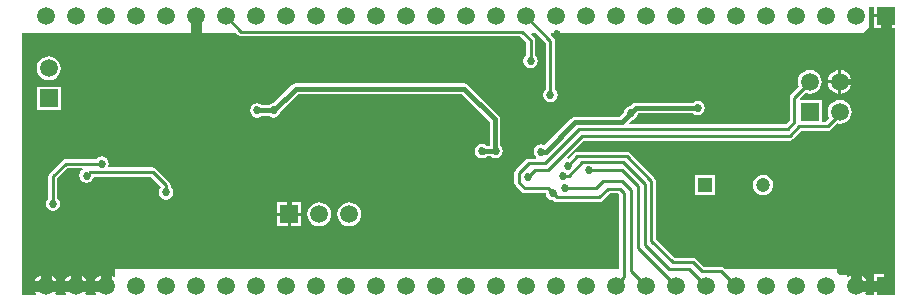
<source format=gbl>
G04*
G04 #@! TF.GenerationSoftware,Altium Limited,Altium Designer,19.1.9 (167)*
G04*
G04 Layer_Physical_Order=2*
G04 Layer_Color=16711680*
%FSLAX25Y25*%
%MOIN*%
G70*
G01*
G75*
%ADD16C,0.01000*%
%ADD57R,0.04724X0.04724*%
%ADD61C,0.01500*%
%ADD62C,0.03500*%
%ADD63C,0.02000*%
%ADD64C,0.02500*%
%ADD68C,0.05906*%
%ADD69R,0.05906X0.05906*%
%ADD70R,0.05906X0.05906*%
%ADD71C,0.04724*%
%ADD72C,0.02700*%
G36*
X286047Y95500D02*
X290000D01*
Y95000D01*
X290500D01*
Y91047D01*
X292961D01*
Y8953D01*
X290500D01*
Y5000D01*
X290000D01*
Y4500D01*
X286047D01*
Y2039D01*
X283341D01*
X283094Y2539D01*
X283453Y3007D01*
X283851Y3968D01*
X283921Y4500D01*
X280000D01*
Y5000D01*
X279500D01*
Y8921D01*
X278968Y8851D01*
X278007Y8453D01*
X277500Y8064D01*
X277000Y8311D01*
Y10750D01*
X236413D01*
X236181Y10981D01*
X235685Y11313D01*
X235100Y11429D01*
X229433D01*
X226881Y13981D01*
X226385Y14313D01*
X225800Y14429D01*
X219634D01*
X213329Y20733D01*
Y40000D01*
X213213Y40585D01*
X212881Y41081D01*
X204681Y49281D01*
X204185Y49613D01*
X203600Y49729D01*
X187200D01*
X186615Y49613D01*
X186119Y49281D01*
X184279Y47442D01*
X184037Y47467D01*
X183852Y47989D01*
X189333Y53471D01*
X258000D01*
X258585Y53587D01*
X259081Y53919D01*
X261834Y56671D01*
X270600D01*
X271185Y56787D01*
X271681Y57119D01*
X273707Y59144D01*
X274700Y59013D01*
X275732Y59149D01*
X276693Y59547D01*
X277519Y60181D01*
X278153Y61007D01*
X278551Y61968D01*
X278687Y63000D01*
X278551Y64032D01*
X278153Y64993D01*
X277519Y65819D01*
X276693Y66453D01*
X275732Y66851D01*
X274700Y66987D01*
X273668Y66851D01*
X272707Y66453D01*
X271881Y65819D01*
X271247Y64993D01*
X270849Y64032D01*
X270713Y63000D01*
X270849Y61968D01*
X271246Y61009D01*
X269967Y59729D01*
X268653D01*
Y66953D01*
X261523D01*
X261316Y67453D01*
X263204Y69341D01*
X263668Y69149D01*
X264700Y69013D01*
X265732Y69149D01*
X266693Y69547D01*
X267519Y70181D01*
X268153Y71007D01*
X268551Y71968D01*
X268687Y73000D01*
X268551Y74032D01*
X268153Y74993D01*
X267519Y75819D01*
X266693Y76453D01*
X265732Y76851D01*
X264700Y76987D01*
X263668Y76851D01*
X262707Y76453D01*
X261881Y75819D01*
X261247Y74993D01*
X260849Y74032D01*
X260713Y73000D01*
X260849Y71968D01*
X261041Y71504D01*
X258419Y68881D01*
X258087Y68385D01*
X257971Y67800D01*
Y60133D01*
X256666Y58829D01*
X204506D01*
X204315Y59291D01*
X205159Y60136D01*
X205917Y60286D01*
X206694Y60806D01*
X207214Y61583D01*
X207364Y62341D01*
X207539Y62516D01*
X225741D01*
X226383Y62086D01*
X227300Y61904D01*
X228217Y62086D01*
X228994Y62606D01*
X229514Y63383D01*
X229696Y64300D01*
X229514Y65217D01*
X228994Y65994D01*
X228217Y66514D01*
X227300Y66696D01*
X226383Y66514D01*
X225741Y66084D01*
X206800D01*
X206117Y65948D01*
X205538Y65562D01*
X205538Y65562D01*
X204841Y64864D01*
X204083Y64714D01*
X203306Y64194D01*
X202786Y63417D01*
X202636Y62659D01*
X201261Y61284D01*
X186400D01*
X185717Y61149D01*
X185138Y60762D01*
X176201Y51824D01*
X175917Y52014D01*
X175000Y52196D01*
X174083Y52014D01*
X173306Y51494D01*
X172786Y50717D01*
X172604Y49800D01*
X172786Y48883D01*
X173306Y48106D01*
X173570Y47929D01*
X173418Y47429D01*
X171000D01*
X170415Y47313D01*
X169919Y46981D01*
X166619Y43681D01*
X166287Y43185D01*
X166171Y42600D01*
Y39400D01*
X166287Y38815D01*
X166619Y38319D01*
X168519Y36419D01*
X169015Y36087D01*
X169600Y35971D01*
X176610D01*
X176786Y35083D01*
X177306Y34306D01*
X178083Y33786D01*
X179000Y33604D01*
X179194Y33643D01*
X179419Y33419D01*
X179915Y33087D01*
X180500Y32971D01*
X194500D01*
X195085Y33087D01*
X195581Y33419D01*
X198033Y35871D01*
X200666D01*
X201071Y35467D01*
Y10750D01*
X33200Y10750D01*
Y8083D01*
X32700Y7911D01*
X31993Y8453D01*
X31032Y8851D01*
X30500Y8921D01*
Y5000D01*
X30000D01*
Y4500D01*
X26079D01*
X26149Y3968D01*
X26547Y3007D01*
X26906Y2539D01*
X26659Y2039D01*
X23341D01*
X23094Y2539D01*
X23453Y3007D01*
X23851Y3968D01*
X23921Y4500D01*
X20000D01*
X16079D01*
X16149Y3968D01*
X16547Y3007D01*
X16906Y2539D01*
X16659Y2039D01*
X13341D01*
X13094Y2539D01*
X13453Y3007D01*
X13851Y3968D01*
X13921Y4500D01*
X10000D01*
X6079D01*
X6149Y3968D01*
X6547Y3007D01*
X6906Y2539D01*
X6659Y2039D01*
X2039D01*
Y89250D01*
X73587D01*
X74119Y88719D01*
X74615Y88387D01*
X75200Y88271D01*
X168067D01*
X170071Y86266D01*
Y81704D01*
X169906Y81594D01*
X169386Y80817D01*
X169204Y79900D01*
X169386Y78983D01*
X169906Y78206D01*
X170683Y77686D01*
X171600Y77504D01*
X172517Y77686D01*
X173294Y78206D01*
X173814Y78983D01*
X173996Y79900D01*
X173814Y80817D01*
X173294Y81594D01*
X173129Y81704D01*
Y86900D01*
X173013Y87485D01*
X172681Y87981D01*
X171875Y88788D01*
X172066Y89250D01*
X173487D01*
X176721Y86016D01*
Y70365D01*
X176556Y70255D01*
X176036Y69478D01*
X175854Y68561D01*
X176036Y67644D01*
X176556Y66867D01*
X177333Y66347D01*
X178250Y66165D01*
X179167Y66347D01*
X179944Y66867D01*
X180464Y67644D01*
X180646Y68561D01*
X180464Y69478D01*
X179944Y70255D01*
X179779Y70365D01*
Y86650D01*
X179663Y87235D01*
X179331Y87731D01*
X178275Y88788D01*
X178466Y89250D01*
X282293D01*
X284500Y91457D01*
Y97961D01*
X286047D01*
Y95500D01*
D02*
G37*
%LPC*%
G36*
X289500Y94500D02*
X286047D01*
Y91047D01*
X289500D01*
Y94500D01*
D02*
G37*
G36*
X11000Y81487D02*
X9968Y81351D01*
X9007Y80953D01*
X8181Y80319D01*
X7547Y79493D01*
X7149Y78532D01*
X7013Y77500D01*
X7149Y76468D01*
X7547Y75507D01*
X8181Y74681D01*
X9007Y74047D01*
X9968Y73649D01*
X11000Y73513D01*
X12032Y73649D01*
X12993Y74047D01*
X13819Y74681D01*
X14453Y75507D01*
X14851Y76468D01*
X14987Y77500D01*
X14851Y78532D01*
X14453Y79493D01*
X13819Y80319D01*
X12993Y80953D01*
X12032Y81351D01*
X11000Y81487D01*
D02*
G37*
G36*
X275200Y76921D02*
Y73500D01*
X278621D01*
X278551Y74032D01*
X278153Y74993D01*
X277519Y75819D01*
X276693Y76453D01*
X275732Y76851D01*
X275200Y76921D01*
D02*
G37*
G36*
X274200D02*
X273668Y76851D01*
X272707Y76453D01*
X271881Y75819D01*
X271247Y74993D01*
X270849Y74032D01*
X270779Y73500D01*
X274200D01*
Y76921D01*
D02*
G37*
G36*
X278621Y72500D02*
X275200D01*
Y69079D01*
X275732Y69149D01*
X276693Y69547D01*
X277519Y70181D01*
X278153Y71007D01*
X278551Y71968D01*
X278621Y72500D01*
D02*
G37*
G36*
X274200D02*
X270779D01*
X270849Y71968D01*
X271247Y71007D01*
X271881Y70181D01*
X272707Y69547D01*
X273668Y69149D01*
X274200Y69079D01*
Y72500D01*
D02*
G37*
G36*
X14953Y71453D02*
X7047D01*
Y63547D01*
X14953D01*
Y71453D01*
D02*
G37*
G36*
X93300Y72584D02*
X92617Y72448D01*
X92038Y72062D01*
X85841Y65864D01*
X85083Y65714D01*
X84440Y65284D01*
X82060D01*
X81417Y65714D01*
X80500Y65896D01*
X79583Y65714D01*
X78806Y65194D01*
X78286Y64417D01*
X78104Y63500D01*
X78286Y62583D01*
X78806Y61806D01*
X79583Y61286D01*
X80500Y61104D01*
X81417Y61286D01*
X82060Y61716D01*
X84440D01*
X85083Y61286D01*
X86000Y61104D01*
X86917Y61286D01*
X87694Y61806D01*
X88214Y62583D01*
X88364Y63341D01*
X94039Y69016D01*
X148761D01*
X158016Y59761D01*
Y51784D01*
X156959D01*
X156317Y52214D01*
X155400Y52396D01*
X154483Y52214D01*
X153706Y51694D01*
X153186Y50917D01*
X153004Y50000D01*
X153186Y49083D01*
X153706Y48306D01*
X154483Y47786D01*
X155400Y47604D01*
X156317Y47786D01*
X156959Y48216D01*
X158440D01*
X159083Y47786D01*
X160000Y47604D01*
X160917Y47786D01*
X161694Y48306D01*
X162214Y49083D01*
X162396Y50000D01*
X162214Y50917D01*
X161694Y51694D01*
X161584Y51768D01*
Y60500D01*
X161584Y60500D01*
X161449Y61183D01*
X161062Y61762D01*
X150762Y72062D01*
X150183Y72448D01*
X149500Y72584D01*
X93300D01*
X93300Y72584D01*
D02*
G37*
G36*
X233262Y42062D02*
X226538D01*
Y35338D01*
X233262D01*
Y42062D01*
D02*
G37*
G36*
X249191Y42091D02*
X248314Y41976D01*
X247496Y41637D01*
X246793Y41098D01*
X246254Y40396D01*
X245916Y39578D01*
X245800Y38700D01*
X245916Y37822D01*
X246254Y37004D01*
X246793Y36302D01*
X247496Y35763D01*
X248314Y35424D01*
X249191Y35309D01*
X250069Y35424D01*
X250887Y35763D01*
X251589Y36302D01*
X252128Y37004D01*
X252467Y37822D01*
X252583Y38700D01*
X252467Y39578D01*
X252128Y40396D01*
X251589Y41098D01*
X250887Y41637D01*
X250069Y41976D01*
X249191Y42091D01*
D02*
G37*
G36*
X28637Y48196D02*
X27721Y48014D01*
X26943Y47494D01*
X26833Y47329D01*
X16700D01*
X16115Y47213D01*
X15619Y46881D01*
X11319Y42581D01*
X10987Y42085D01*
X10871Y41500D01*
Y34204D01*
X10706Y34094D01*
X10186Y33317D01*
X10004Y32400D01*
X10186Y31483D01*
X10706Y30706D01*
X11483Y30186D01*
X12400Y30004D01*
X13317Y30186D01*
X14094Y30706D01*
X14614Y31483D01*
X14796Y32400D01*
X14614Y33317D01*
X14094Y34094D01*
X13929Y34204D01*
Y40867D01*
X17334Y44271D01*
X22168D01*
X22319Y43771D01*
X21906Y43494D01*
X21386Y42717D01*
X21204Y41800D01*
X21386Y40883D01*
X21906Y40106D01*
X22683Y39586D01*
X23600Y39404D01*
X24517Y39586D01*
X25294Y40106D01*
X25814Y40883D01*
X25931Y41471D01*
X44967D01*
X48418Y38019D01*
X48406Y37894D01*
X47886Y37117D01*
X47704Y36200D01*
X47886Y35283D01*
X48406Y34506D01*
X49183Y33986D01*
X50100Y33804D01*
X51017Y33986D01*
X51794Y34506D01*
X52314Y35283D01*
X52496Y36200D01*
X52314Y37117D01*
X51794Y37894D01*
X51629Y38004D01*
Y38500D01*
X51513Y39085D01*
X51181Y39581D01*
X46681Y44081D01*
X46185Y44413D01*
X45600Y44529D01*
X31170D01*
X30880Y45029D01*
X31034Y45800D01*
X30851Y46717D01*
X30332Y47494D01*
X29554Y48014D01*
X28637Y48196D01*
D02*
G37*
G36*
X95153Y32853D02*
X91700D01*
Y29400D01*
X95153D01*
Y32853D01*
D02*
G37*
G36*
X90700D02*
X87247D01*
Y29400D01*
X90700D01*
Y32853D01*
D02*
G37*
G36*
X95153Y28400D02*
X91700D01*
Y24947D01*
X95153D01*
Y28400D01*
D02*
G37*
G36*
X90700D02*
X87247D01*
Y24947D01*
X90700D01*
Y28400D01*
D02*
G37*
G36*
X111200Y32887D02*
X110168Y32751D01*
X109207Y32353D01*
X108381Y31719D01*
X107747Y30893D01*
X107349Y29932D01*
X107213Y28900D01*
X107349Y27868D01*
X107747Y26907D01*
X108381Y26081D01*
X109207Y25447D01*
X110168Y25049D01*
X111200Y24913D01*
X112232Y25049D01*
X113193Y25447D01*
X114019Y26081D01*
X114653Y26907D01*
X115051Y27868D01*
X115187Y28900D01*
X115051Y29932D01*
X114653Y30893D01*
X114019Y31719D01*
X113193Y32353D01*
X112232Y32751D01*
X111200Y32887D01*
D02*
G37*
G36*
X101200D02*
X100168Y32751D01*
X99207Y32353D01*
X98381Y31719D01*
X97747Y30893D01*
X97349Y29932D01*
X97213Y28900D01*
X97349Y27868D01*
X97747Y26907D01*
X98381Y26081D01*
X99207Y25447D01*
X100168Y25049D01*
X101200Y24913D01*
X102232Y25049D01*
X103193Y25447D01*
X104019Y26081D01*
X104653Y26907D01*
X105051Y27868D01*
X105187Y28900D01*
X105051Y29932D01*
X104653Y30893D01*
X104019Y31719D01*
X103193Y32353D01*
X102232Y32751D01*
X101200Y32887D01*
D02*
G37*
G36*
X20500Y8921D02*
Y5500D01*
X23921D01*
X23851Y6032D01*
X23453Y6993D01*
X22819Y7819D01*
X21993Y8453D01*
X21032Y8851D01*
X20500Y8921D01*
D02*
G37*
G36*
X280500D02*
Y5500D01*
X283921D01*
X283851Y6032D01*
X283453Y6993D01*
X282819Y7819D01*
X281993Y8453D01*
X281032Y8851D01*
X280500Y8921D01*
D02*
G37*
G36*
X10500D02*
Y5500D01*
X13921D01*
X13851Y6032D01*
X13453Y6993D01*
X12819Y7819D01*
X11993Y8453D01*
X11032Y8851D01*
X10500Y8921D01*
D02*
G37*
G36*
X19500D02*
X18968Y8851D01*
X18007Y8453D01*
X17181Y7819D01*
X16547Y6993D01*
X16149Y6032D01*
X16079Y5500D01*
X19500D01*
Y8921D01*
D02*
G37*
G36*
X29500D02*
X28968Y8851D01*
X28007Y8453D01*
X27181Y7819D01*
X26547Y6993D01*
X26149Y6032D01*
X26079Y5500D01*
X29500D01*
Y8921D01*
D02*
G37*
G36*
X9500D02*
X8968Y8851D01*
X8007Y8453D01*
X7181Y7819D01*
X6547Y6993D01*
X6149Y6032D01*
X6079Y5500D01*
X9500D01*
Y8921D01*
D02*
G37*
G36*
X289500Y8953D02*
X286047D01*
Y5500D01*
X289500D01*
Y8953D01*
D02*
G37*
%LPD*%
D16*
X259500Y67800D02*
X264700Y73000D01*
X259500Y59500D02*
Y67800D01*
X257300Y57300D02*
X259500Y59500D01*
X187800Y57300D02*
X257300D01*
X273701Y61301D02*
Y63700D01*
X261200Y58200D02*
X270600D01*
X258000Y55000D02*
X261200Y58200D01*
X188700Y55000D02*
X258000D01*
X207300Y17700D02*
Y38150D01*
Y17700D02*
X220000Y5000D01*
X201950Y43500D02*
X207300Y38150D01*
X70000Y95000D02*
X75200Y89800D01*
X168700D01*
X171600Y86900D01*
Y79900D02*
Y86900D01*
X12400Y41500D02*
X16700Y45800D01*
X12400Y32400D02*
Y41500D01*
X16700Y45800D02*
X28637D01*
X50100Y36200D02*
Y38500D01*
X45600Y43000D02*
X50100Y38500D01*
X24800Y43000D02*
X45600D01*
X23600Y41800D02*
X24800Y43000D01*
X211800Y20100D02*
Y40000D01*
X203600Y48200D02*
X211800Y40000D01*
X187200Y48200D02*
X203600D01*
X202400Y46200D02*
X209600Y39000D01*
Y18800D02*
Y39000D01*
Y18800D02*
X217800Y10600D01*
X211800Y20100D02*
X219000Y12900D01*
X225800D02*
X228800Y9900D01*
X219000Y12900D02*
X225800D01*
X217800Y10600D02*
X224400D01*
X235100Y9900D02*
X240000Y5000D01*
X228800Y9900D02*
X235100D01*
X224400Y10600D02*
X230000Y5000D01*
X188900Y46200D02*
X202400D01*
X205100Y9900D02*
Y36900D01*
Y9900D02*
X210000Y5000D01*
X202100Y39900D02*
X205100Y36900D01*
X195700Y39900D02*
X202100D01*
X193300Y37500D02*
X195700Y39900D01*
X183000Y37500D02*
X193300D01*
X200000Y5269D02*
X202600Y7869D01*
X200000Y5000D02*
Y5269D01*
X202600Y7869D02*
Y36100D01*
X201300Y37400D02*
X202600Y36100D01*
X197400Y37400D02*
X201300D01*
X194500Y34500D02*
X197400Y37400D01*
X180500Y34500D02*
X194500D01*
X179000Y36000D02*
X180500Y34500D01*
X171000Y45900D02*
X176400D01*
X167700Y42600D02*
X171000Y45900D01*
X167700Y39400D02*
Y42600D01*
X176400Y45900D02*
X187800Y57300D01*
X167700Y39400D02*
X169600Y37500D01*
X177500D01*
X179000Y36000D01*
X170700Y41200D02*
Y41400D01*
X173000Y43700D01*
X177400D02*
X188700Y55000D01*
X173000Y43700D02*
X177400D01*
X230000Y5000D02*
Y6400D01*
X170000Y94900D02*
X178250Y86650D01*
X184365Y41665D02*
X188900Y46200D01*
X191200Y43500D02*
X201950D01*
X182665Y41665D02*
X184365D01*
X182500Y41500D02*
X182665Y41665D01*
X184000Y45000D02*
X187200Y48200D01*
X184000Y44900D02*
Y45000D01*
X195400Y30600D02*
X199300Y34500D01*
X195400Y24000D02*
Y30600D01*
Y14300D02*
Y24000D01*
X273701Y63700D02*
X274600D01*
X178250Y68561D02*
Y86650D01*
X270600Y58200D02*
X273701Y61301D01*
D57*
X229900Y38700D02*
D03*
D61*
X182400Y62000D02*
X193400Y73000D01*
X170100Y52400D02*
Y62000D01*
X182400D01*
X165100Y41400D02*
Y47400D01*
X91200Y34100D02*
X95800Y38700D01*
X99100D02*
X131000D01*
X95800D02*
X99100D01*
X80500Y63500D02*
X86000D01*
X149500Y70800D02*
X159800Y60500D01*
Y50200D02*
Y60500D01*
Y50200D02*
X160000Y50000D01*
X93300Y70800D02*
X149500D01*
X86000Y63500D02*
X93300Y70800D01*
X155600Y50000D02*
X160000D01*
X155600D02*
X155800Y49800D01*
X155400Y50000D02*
X155600D01*
X91200Y28900D02*
Y34100D01*
X156500Y38700D02*
X159200Y41400D01*
X137600Y38700D02*
X156500D01*
X165100Y17800D02*
Y41400D01*
X159200D02*
X165100D01*
X178500Y24000D02*
X195400D01*
X172000Y30500D02*
X178500Y24000D01*
X172000Y20100D02*
Y30500D01*
X167400Y15500D02*
X172000Y20100D01*
X165100Y17800D02*
X167400Y15500D01*
X165100Y47400D02*
X170100Y52400D01*
X196500Y73000D02*
X216000D01*
X193400D02*
X196500D01*
X180400Y89100D02*
X196500Y73000D01*
X164800Y67300D02*
X170100Y62000D01*
X164800Y67300D02*
Y86400D01*
X202000Y59500D02*
X205000Y62500D01*
X186400Y59500D02*
X202000D01*
X176700Y49800D02*
X186400Y59500D01*
X175100Y49800D02*
X176700D01*
X160000Y50000D02*
X160200Y49800D01*
X205000Y62500D02*
X206800Y64300D01*
X227300D01*
D62*
X280000Y10000D02*
Y13200D01*
Y5000D02*
Y10000D01*
X60000Y87200D02*
X69000Y78200D01*
X20000Y5000D02*
Y17000D01*
X291000Y6000D02*
Y13200D01*
X290000Y5000D02*
X291000Y6000D01*
X10000Y5000D02*
Y20000D01*
X10500Y20500D01*
X30000Y13000D02*
X30100Y13100D01*
X30000Y5000D02*
Y13000D01*
X20000Y17000D02*
X20500Y17500D01*
X10000Y5000D02*
X20000D01*
X4000D02*
X10000D01*
X20000D02*
X30000D01*
X280000D02*
X290000D01*
X60000Y87200D02*
Y95000D01*
X69000Y78100D02*
X73300D01*
X290000Y90800D02*
Y95000D01*
D63*
X228000Y85000D02*
X284200D01*
X283600Y20600D02*
X291000Y13200D01*
X281000Y73000D02*
X284500Y76500D01*
X274700Y73000D02*
X281000D01*
X216000D02*
X228000Y85000D01*
X284200D02*
X290000Y90800D01*
D64*
X280000Y10000D02*
X283200D01*
X275000D02*
X280000D01*
X29800Y66046D02*
X30154Y66400D01*
X29800Y54300D02*
Y66046D01*
Y54300D02*
X36800Y47300D01*
X280000Y13200D02*
X283200Y10000D01*
X54300Y47300D02*
X55000Y46600D01*
X36800Y47300D02*
X54300D01*
X30154Y66400D02*
X30254Y66500D01*
X34400D01*
X55000Y40100D02*
Y46600D01*
Y40100D02*
X55100Y40000D01*
X42400Y78100D02*
X69000D01*
X34400Y70100D02*
X42400Y78100D01*
X34400Y66500D02*
Y70100D01*
X30100Y66400D02*
X30154D01*
X55100Y36200D02*
Y40000D01*
D68*
X10000Y5000D02*
D03*
X20000D02*
D03*
X30000D02*
D03*
X40000D02*
D03*
X50000D02*
D03*
X60000D02*
D03*
X70000D02*
D03*
X80000D02*
D03*
X90000D02*
D03*
X100000D02*
D03*
X110000D02*
D03*
X120000D02*
D03*
X130000D02*
D03*
X280000D02*
D03*
X270000D02*
D03*
X260000D02*
D03*
X250000D02*
D03*
X240000D02*
D03*
X230000D02*
D03*
X220000D02*
D03*
X210000D02*
D03*
X200000D02*
D03*
X190000D02*
D03*
X180000D02*
D03*
X170000D02*
D03*
X160000D02*
D03*
X150000D02*
D03*
X140000D02*
D03*
X10000Y95000D02*
D03*
X20000D02*
D03*
X30000D02*
D03*
X40000D02*
D03*
X50000D02*
D03*
X60000D02*
D03*
X70000D02*
D03*
X80000D02*
D03*
X90000D02*
D03*
X100000D02*
D03*
X110000D02*
D03*
X120000D02*
D03*
X130000D02*
D03*
X280000D02*
D03*
X270000D02*
D03*
X260000D02*
D03*
X250000D02*
D03*
X240000D02*
D03*
X230000D02*
D03*
X220000D02*
D03*
X210000D02*
D03*
X200000D02*
D03*
X190000D02*
D03*
X180000D02*
D03*
X170000D02*
D03*
X160000D02*
D03*
X150000D02*
D03*
X140000D02*
D03*
X11000Y77500D02*
D03*
X274700Y73000D02*
D03*
Y63000D02*
D03*
X264700Y73000D02*
D03*
X101200Y28900D02*
D03*
X111200D02*
D03*
D69*
X290000Y5000D02*
D03*
Y95000D02*
D03*
X264700Y63000D02*
D03*
X91200Y28900D02*
D03*
D70*
X11000Y67500D02*
D03*
D71*
X249191Y38700D02*
D03*
D72*
X29000Y58000D02*
D03*
X32000Y53500D02*
D03*
X34000Y59500D02*
D03*
X74000Y86000D02*
D03*
X64500Y87000D02*
D03*
X69000Y83000D02*
D03*
X58600Y87100D02*
D03*
X45100Y86100D02*
D03*
X240600Y69100D02*
D03*
X254500Y82000D02*
D03*
X246000Y78500D02*
D03*
X42600Y28600D02*
D03*
X20100Y66100D02*
D03*
X25100Y60600D02*
D03*
X61600Y27600D02*
D03*
X49100Y14600D02*
D03*
X30100Y13100D02*
D03*
X31600Y20100D02*
D03*
X15600Y10100D02*
D03*
X23100Y15100D02*
D03*
X25100Y23600D02*
D03*
X6600Y57600D02*
D03*
X93000Y56500D02*
D03*
X93100Y62600D02*
D03*
X104600Y59600D02*
D03*
X71100Y40100D02*
D03*
X82100D02*
D03*
X111100Y63100D02*
D03*
X144000Y53500D02*
D03*
X144100Y45600D02*
D03*
X115100Y35600D02*
D03*
X124100Y36100D02*
D03*
X119100Y40600D02*
D03*
X124100Y45100D02*
D03*
X105600Y37600D02*
D03*
X99100Y40600D02*
D03*
X94600Y36100D02*
D03*
X79100Y31600D02*
D03*
X78100Y22600D02*
D03*
X68600Y31100D02*
D03*
X50600Y25100D02*
D03*
X60100Y21100D02*
D03*
X68100Y25100D02*
D03*
X236100Y19600D02*
D03*
X232000Y74000D02*
D03*
X283600Y20600D02*
D03*
X277100Y16100D02*
D03*
X243600Y27100D02*
D03*
X248600Y31100D02*
D03*
X237100Y33100D02*
D03*
X238600Y38600D02*
D03*
X230600Y32100D02*
D03*
X237500Y13500D02*
D03*
X230100Y15600D02*
D03*
X228100Y22600D02*
D03*
X221600Y19100D02*
D03*
X163600Y13100D02*
D03*
X175600Y23100D02*
D03*
X178560Y29545D02*
D03*
X164100Y46100D02*
D03*
X179100Y60600D02*
D03*
X184600Y65100D02*
D03*
X171600Y58600D02*
D03*
X167600Y53600D02*
D03*
X167100Y60100D02*
D03*
X171600Y66100D02*
D03*
X131600Y77100D02*
D03*
X122600Y78100D02*
D03*
X114600D02*
D03*
X93100Y82600D02*
D03*
X38600Y85100D02*
D03*
X28600Y86100D02*
D03*
X19100Y84600D02*
D03*
X275800Y32400D02*
D03*
X155400Y50000D02*
D03*
X80500Y63500D02*
D03*
X86000D02*
D03*
X171600Y79900D02*
D03*
X12400Y32400D02*
D03*
X28637Y45800D02*
D03*
X83400Y86100D02*
D03*
X99600Y81900D02*
D03*
X108400Y81400D02*
D03*
X34400Y66500D02*
D03*
X30100Y66400D02*
D03*
X23600Y41800D02*
D03*
X55100Y36200D02*
D03*
X50100D02*
D03*
X217600Y40100D02*
D03*
X227300Y64300D02*
D03*
X170700Y41200D02*
D03*
X221800Y60500D02*
D03*
X164800Y86400D02*
D03*
X180400Y89100D02*
D03*
X159200Y41400D02*
D03*
X167400Y15500D02*
D03*
X184000Y44900D02*
D03*
X199300Y34500D02*
D03*
X195400Y24000D02*
D03*
Y14300D02*
D03*
X216000Y73000D02*
D03*
X175000Y49800D02*
D03*
X172000Y30500D02*
D03*
X196250Y51750D02*
D03*
X191200Y43500D02*
D03*
X137600Y38700D02*
D03*
X282000Y84500D02*
D03*
X248500Y68000D02*
D03*
X205000Y62500D02*
D03*
X100500Y50000D02*
D03*
X160000D02*
D03*
X179000Y36000D02*
D03*
X182500Y41500D02*
D03*
X183000Y37500D02*
D03*
X118000Y59000D02*
D03*
X178250Y68561D02*
D03*
X276500Y23000D02*
D03*
X284500Y76500D02*
D03*
X113500Y54500D02*
D03*
X108500Y50000D02*
D03*
X34700Y28400D02*
D03*
X85300Y71100D02*
D03*
X131000Y38700D02*
D03*
X69000Y78100D02*
D03*
X7000Y36000D02*
D03*
X80800Y71100D02*
D03*
X7000Y26000D02*
D03*
X233500Y25000D02*
D03*
X284500Y67000D02*
D03*
Y58500D02*
D03*
X263500Y46000D02*
D03*
X259000Y50500D02*
D03*
X268000Y41000D02*
D03*
X223500Y75000D02*
D03*
X233000Y67000D02*
D03*
X255000Y68000D02*
D03*
X203500Y87000D02*
D03*
X42400Y23500D02*
D03*
X73300Y78100D02*
D03*
X7000Y44300D02*
D03*
M02*

</source>
